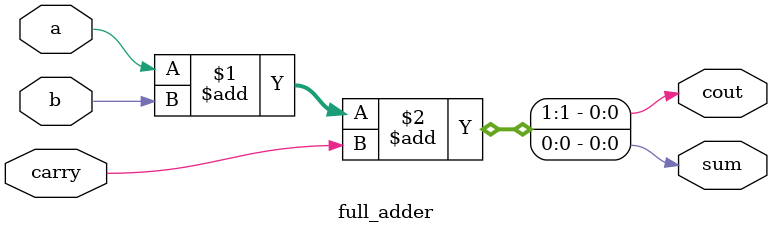
<source format=v>
module RCA_4bit(input [3:0] A, input [3:0] B, input Cin, output [3:0] S, output C_out);

wire c1,c2,c3,c4;
full_adder a1(.a(A[0]), .b(B[0]), .carry(cin), .sum(S[0]), .cout(c1));
full_adder a2(.a(A[1]), .b(B[1]), .carry(c1), .sum(S[1]), .cout(c2));
full_adder a3(.a(A[2]), .b(B[2]), .carry(c2), .sum(S[2]), .cout(c3));
full_adder a4(.a(A[3]), .b(B[3]), .carry(c3), .sum(S[3]), .cout(C_out)); 

endmodule

module full_adder(input a, input b, input carry, output sum, output cout);

assign {cout, sum} = a + b + carry;

endmodule 

</source>
